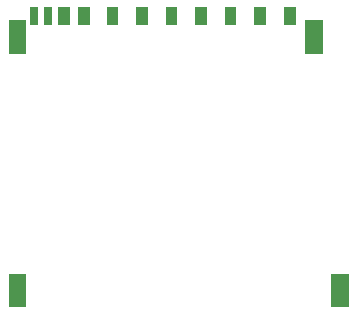
<source format=gbr>
G04 start of page 10 for group -4015 idx -4015 *
G04 Title: (unknown), toppaste *
G04 Creator: pcb 20110918 *
G04 CreationDate: Wed 26 Feb 2014 00:51:11 GMT UTC *
G04 For: ksarkies *
G04 Format: Gerber/RS-274X *
G04 PCB-Dimensions: 390000 390000 *
G04 PCB-Coordinate-Origin: lower left *
%MOIN*%
%FSLAX25Y25*%
%LNTOPPASTE*%
%ADD105R,0.0590X0.0590*%
%ADD104R,0.0394X0.0394*%
%ADD103R,0.0276X0.0276*%
G54D103*X64566Y101575D02*Y98426D01*
X69290Y101575D02*Y98426D01*
G54D104*X81259Y100985D02*Y99016D01*
X74566Y100985D02*Y99016D01*
X90786Y100985D02*Y99016D01*
X100629Y100985D02*Y99016D01*
X110471Y100985D02*Y99016D01*
X120314Y100985D02*Y99016D01*
X130156Y100985D02*Y99016D01*
X139999Y100985D02*Y99016D01*
X149841Y100985D02*Y99016D01*
G54D105*X59094Y95472D02*Y90354D01*
X157913Y95472D02*Y90354D01*
X59094Y10828D02*Y5710D01*
X166575Y10828D02*Y5710D01*
M02*

</source>
